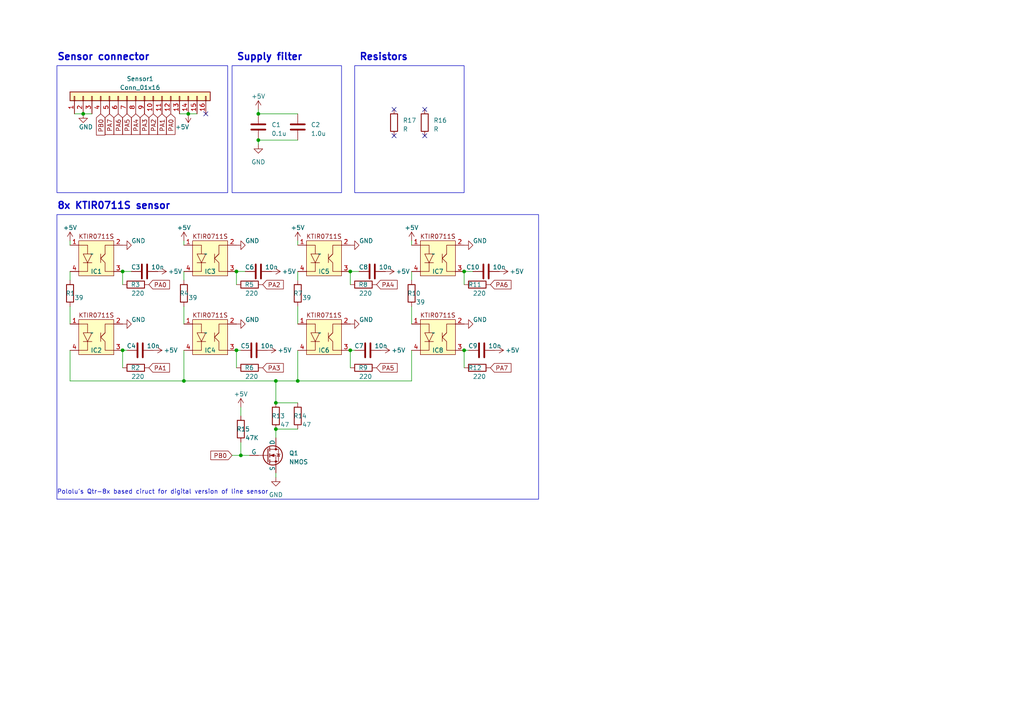
<source format=kicad_sch>
(kicad_sch (version 20230121) (generator eeschema)
  (paper "A4")
  (lib_symbols
    (symbol "Connector_Generic:Conn_01x16" (pin_names (offset 1.016) hide)
      (property "Reference" "J" (at 0 20.32 0))
      (property "Value" "Conn_01x16" (at 0 -22.86 0))
      (symbol "Conn_01x16_1_1"
        (rectangle (start -1.27 -20.193) (end 0 -20.447) (stroke (width 0.1524)))
        (rectangle (start -1.27 -17.653) (end 0 -17.907) (stroke (width 0.1524)))
        (rectangle (start -1.27 -15.113) (end 0 -15.367) (stroke (width 0.1524)))
        (rectangle (start -1.27 -12.573) (end 0 -12.827) (stroke (width 0.1524)))
        (rectangle (start -1.27 -10.033) (end 0 -10.287) (stroke (width 0.1524)))
        (rectangle (start -1.27 -7.493) (end 0 -7.747) (stroke (width 0.1524)))
        (rectangle (start -1.27 -4.953) (end 0 -5.207) (stroke (width 0.1524)))
        (rectangle (start -1.27 -2.413) (end 0 -2.667) (stroke (width 0.1524)))
        (rectangle (start -1.27 0.127) (end 0 -0.127) (stroke (width 0.1524)))
        (rectangle (start -1.27 2.667) (end 0 2.413) (stroke (width 0.1524)))
        (rectangle (start -1.27 5.207) (end 0 4.953) (stroke (width 0.1524)))
        (rectangle (start -1.27 7.747) (end 0 7.493) (stroke (width 0.1524)))
        (rectangle (start -1.27 10.287) (end 0 10.033) (stroke (width 0.1524)))
        (rectangle (start -1.27 12.827) (end 0 12.573) (stroke (width 0.1524)))
        (rectangle (start -1.27 15.367) (end 0 15.113) (stroke (width 0.1524)))
        (rectangle (start -1.27 17.907) (end 0 17.653) (stroke (width 0.1524)))
        (rectangle (start -1.27 19.05) (end 1.27 -21.59) (stroke (width 0.254)) (fill (type background)))
        (pin passive line (at -5.08 17.78 0) (length 3.81) (name "Pin_1") (number "1"))
        (pin passive line (at -5.08 -5.08 0) (length 3.81) (name "Pin_10") (number "10"))
        (pin passive line (at -5.08 -7.62 0) (length 3.81) (name "Pin_11") (number "11"))
        (pin passive line (at -5.08 -10.16 0) (length 3.81) (name "Pin_12") (number "12"))
        (pin passive line (at -5.08 -12.7 0) (length 3.81) (name "Pin_13") (number "13"))
        (pin passive line (at -5.08 -15.24 0) (length 3.81) (name "Pin_14") (number "14"))
        (pin passive line (at -5.08 -17.78 0) (length 3.81) (name "Pin_15") (number "15"))
        (pin passive line (at -5.08 -20.32 0) (length 3.81) (name "Pin_16") (number "16"))
        (pin passive line (at -5.08 15.24 0) (length 3.81) (name "Pin_2") (number "2"))
        (pin passive line (at -5.08 12.7 0) (length 3.81) (name "Pin_3") (number "3"))
        (pin passive line (at -5.08 10.16 0) (length 3.81) (name "Pin_4") (number "4"))
        (pin passive line (at -5.08 7.62 0) (length 3.81) (name "Pin_5") (number "5"))
        (pin passive line (at -5.08 5.08 0) (length 3.81) (name "Pin_6") (number "6"))
        (pin passive line (at -5.08 2.54 0) (length 3.81) (name "Pin_7") (number "7"))
        (pin passive line (at -5.08 0 0) (length 3.81) (name "Pin_8") (number "8"))
        (pin passive line (at -5.08 -2.54 0) (length 3.81) (name "Pin_9") (number "9"))
      )
    )
    (symbol "Device:C" (pin_numbers hide) (pin_names (offset 0.254))
      (property "Reference" "C" (at 0.635 2.54 0))
      (property "Value" "C" (at 0.635 -2.54 0))
      (symbol "C_0_1"
        (polyline (pts (xy -2.032 -0.762) (xy 2.032 -0.762)) (stroke (width 0.508)))
        (polyline (pts (xy -2.032 0.762) (xy 2.032 0.762)) (stroke (width 0.508)))
      )
      (symbol "C_1_1"
        (pin passive line (at 0 3.81 270) (length 2.794) (name "~") (number "1"))
        (pin passive line (at 0 -3.81 90) (length 2.794) (name "~") (number "2"))
      )
    )
    (symbol "Device:R" (pin_numbers hide) (pin_names (offset 0))
      (property "Reference" "R" (at 2.032 0 90))
      (property "Value" "R" (at 0 0 90))
      (symbol "R_0_1"
        (rectangle (start -1.016 -2.54) (end 1.016 2.54) (stroke (width 0.254)))
      )
      (symbol "R_1_1"
        (pin passive line (at 0 3.81 270) (length 1.27) (name "~") (number "1"))
        (pin passive line (at 0 -3.81 90) (length 1.27) (name "~") (number "2"))
      )
    )
    (symbol "Sensor_KTIR0711S:KTIR0711S"
      (property "Reference" "IC" (at 1.27 2.54 0))
      (symbol "KTIR0711S_1_1"
        (rectangle (start -3.81 3.81) (end 6.35 -6.35) (fill (type background)))
        (polyline (pts (xy -3.81 -5.08) (xy -1.27 -5.08)))
        (polyline (pts (xy -3.81 2.54) (xy -1.27 2.54)))
        (polyline (pts (xy 2.54 -1.27) (xy 2.54 0) (xy 2.54 -2.54) (xy 2.54 -1.27) (xy 3.81 0)))
        (polyline (pts (xy 6.35 -5.08) (xy 3.81 -5.08) (xy 3.81 -2.54) (xy 2.54 -1.27) (xy 3.81 0) (xy 3.81 2.54) (xy 6.35 2.54)))
        (polyline (pts (xy -1.27 2.54) (xy -1.27 0) (xy -2.54 0) (xy 0 0) (xy -1.27 -2.54) (xy -2.54 0) (xy -1.27 -2.54) (xy -2.54 -2.54) (xy 0 -2.54) (xy -1.27 -2.54) (xy -1.27 -5.08)))
        (text "KTIR0711S" (at 1.27 5.08 0) (effects (font (size 1.27 1.27))))
        (pin input line (at -6.35 2.54 0) (length 2.54) (name "") (number "1"))
        (pin input line (at 8.89 2.54 180) (length 2.54) (name "") (number "2"))
        (pin input line (at 8.89 -5.08 180) (length 2.54) (name "") (number "3"))
        (pin input line (at -6.35 -5.08 0) (length 2.54) (name "") (number "4"))
      )
    )
    (symbol "Simulation_SPICE:NMOS" (pin_numbers hide) (pin_names (offset 0))
      (property "Reference" "Q" (at 5.08 1.27 0))
      (property "Value" "NMOS" (at 5.08 -1.27 0))
      (symbol "NMOS_0_1"
        (polyline (pts (xy 0.254 0) (xy -2.54 0)))
        (polyline (pts (xy 0.254 1.905) (xy 0.254 -1.905)) (stroke (width 0.254)))
        (polyline (pts (xy 0.762 -1.27) (xy 0.762 -2.286)) (stroke (width 0.254)))
        (polyline (pts (xy 0.762 0.508) (xy 0.762 -0.508)) (stroke (width 0.254)))
        (polyline (pts (xy 0.762 2.286) (xy 0.762 1.27)) (stroke (width 0.254)))
        (polyline (pts (xy 2.54 2.54) (xy 2.54 1.778)))
        (polyline (pts (xy 2.54 -2.54) (xy 2.54 0) (xy 0.762 0)))
        (polyline (pts (xy 0.762 -1.778) (xy 3.302 -1.778) (xy 3.302 1.778) (xy 0.762 1.778)))
        (polyline (pts (xy 1.016 0) (xy 2.032 0.381) (xy 2.032 -0.381) (xy 1.016 0)) (fill (type outline)))
        (polyline (pts (xy 2.794 0.508) (xy 2.921 0.381) (xy 3.683 0.381) (xy 3.81 0.254)))
        (polyline (pts (xy 3.302 0.381) (xy 2.921 -0.254) (xy 3.683 -0.254) (xy 3.302 0.381)))
        (circle (center 1.651 0) (radius 2.794) (stroke (width 0.254)))
        (circle (center 2.54 -1.778) (radius 0.254) (fill (type outline)))
        (circle (center 2.54 1.778) (radius 0.254) (fill (type outline)))
      )
      (symbol "NMOS_1_1"
        (pin passive line (at 2.54 5.08 270) (length 2.54) (name "D") (number "1"))
        (pin input line (at -5.08 0 0) (length 2.54) (name "G") (number "2"))
        (pin passive line (at 2.54 -5.08 90) (length 2.54) (name "S") (number "3"))
      )
    )
    (symbol "power:+5V" (power) (pin_names (offset 0))
      (property "Value" "+5V" (at 0 3.556 0))
      (symbol "+5V_0_1"
        (polyline (pts (xy -0.762 1.27) (xy 0 2.54)))
        (polyline (pts (xy 0 0) (xy 0 2.54)))
        (polyline (pts (xy 0 2.54) (xy 0.762 1.27)))
      )
      (symbol "+5V_1_1"
        (pin power_in line (at 0 0 90) (length 0) hide (name "+5V") (number "1"))
      )
    )
    (symbol "power:GND" (power) (pin_names (offset 0))
      (property "Value" "GND" (at 0 -3.81 0))
      (symbol "GND_0_1"
        (polyline (pts (xy 0 0) (xy 0 -1.27) (xy 1.27 -1.27) (xy 0 -2.54) (xy -1.27 -1.27) (xy 0 -1.27)))
      )
      (symbol "GND_1_1"
        (pin power_in line (at 0 0 270) (length 0) hide (name "GND") (number "1"))
      )
    )
  )
  (junction (at 80.01 110.49))
  (junction (at 80.01 124.46))
  (junction (at 86.36 110.49))
  (junction (at 101.6 101.6))
  (junction (at 35.56 78.74))
  (junction (at 134.62 101.6))
  (junction (at 35.56 101.6))
  (junction (at 68.58 101.6))
  (junction (at 74.93 40.64))
  (junction (at 74.93 33.02))
  (junction (at 80.01 116.84))
  (junction (at 54.61 33.02))
  (junction (at 53.34 110.49))
  (junction (at 68.58 78.74))
  (junction (at 101.6 78.74))
  (junction (at 69.85 132.08))
  (junction (at 24.13 33.02))
  (junction (at 134.62 78.74))
  (no_connect (at 59.69 33.02))
  (no_connect (at 123.19 39.37))
  (no_connect (at 114.3 31.75))
  (no_connect (at 114.3 39.37))
  (no_connect (at 123.19 31.75))
  (wire (pts (xy 119.38 110.49) (xy 86.36 110.49)))
  (wire (pts (xy 68.58 106.68) (xy 68.58 101.6)))
  (wire (pts (xy 57.15 33.02) (xy 54.61 33.02)))
  (wire (pts (xy 35.56 78.74) (xy 38.1 78.74)))
  (wire (pts (xy 101.6 78.74) (xy 104.14 78.74)))
  (wire (pts (xy 86.36 101.6) (xy 86.36 110.49)))
  (wire (pts (xy 68.58 78.74) (xy 71.12 78.74)))
  (wire (pts (xy 67.31 132.08) (xy 69.85 132.08)))
  (wire (pts (xy 35.56 82.55) (xy 35.56 78.74)))
  (wire (pts (xy 53.34 88.9) (xy 53.34 93.98)))
  (wire (pts (xy 80.01 138.43) (xy 80.01 137.16)))
  (wire (pts (xy 69.85 118.11) (xy 69.85 120.65)))
  (wire (pts (xy 53.34 101.6) (xy 53.34 110.49)))
  (wire (pts (xy 26.67 33.02) (xy 24.13 33.02)))
  (wire (pts (xy 69.85 101.6) (xy 68.58 101.6)))
  (wire (pts (xy 53.34 69.85) (xy 53.34 71.12)))
  (wire (pts (xy 119.38 88.9) (xy 119.38 93.98)))
  (wire (pts (xy 119.38 78.74) (xy 119.38 81.28)))
  (wire (pts (xy 74.93 31.75) (xy 74.93 33.02)))
  (wire (pts (xy 20.32 110.49) (xy 53.34 110.49)))
  (wire (pts (xy 80.01 116.84) (xy 86.36 116.84)))
  (wire (pts (xy 134.62 78.74) (xy 137.16 78.74)))
  (wire (pts (xy 20.32 78.74) (xy 20.32 81.28)))
  (wire (pts (xy 74.93 33.02) (xy 86.36 33.02)))
  (wire (pts (xy 86.36 69.85) (xy 86.36 71.12)))
  (wire (pts (xy 86.36 88.9) (xy 86.36 93.98)))
  (wire (pts (xy 69.85 132.08) (xy 72.39 132.08)))
  (wire (pts (xy 74.93 40.64) (xy 86.36 40.64)))
  (wire (pts (xy 20.32 88.9) (xy 20.32 93.98)))
  (wire (pts (xy 86.36 78.74) (xy 86.36 81.28)))
  (wire (pts (xy 80.01 124.46) (xy 80.01 127)))
  (wire (pts (xy 68.58 82.55) (xy 68.58 78.74)))
  (wire (pts (xy 80.01 110.49) (xy 80.01 116.84)))
  (wire (pts (xy 53.34 78.74) (xy 53.34 81.28)))
  (wire (pts (xy 35.56 106.68) (xy 35.56 101.6)))
  (wire (pts (xy 53.34 110.49) (xy 80.01 110.49)))
  (wire (pts (xy 52.07 33.02) (xy 54.61 33.02)))
  (wire (pts (xy 86.36 110.49) (xy 80.01 110.49)))
  (wire (pts (xy 36.83 101.6) (xy 35.56 101.6)))
  (wire (pts (xy 101.6 82.55) (xy 101.6 78.74)))
  (wire (pts (xy 135.89 101.6) (xy 134.62 101.6)))
  (wire (pts (xy 69.85 128.27) (xy 69.85 132.08)))
  (wire (pts (xy 74.93 40.64) (xy 74.93 41.91)))
  (wire (pts (xy 21.59 33.02) (xy 24.13 33.02)))
  (wire (pts (xy 119.38 69.85) (xy 119.38 71.12)))
  (wire (pts (xy 20.32 69.85) (xy 20.32 71.12)))
  (wire (pts (xy 20.32 101.6) (xy 20.32 110.49)))
  (wire (pts (xy 134.62 82.55) (xy 134.62 78.74)))
  (wire (pts (xy 102.87 101.6) (xy 101.6 101.6)))
  (wire (pts (xy 119.38 101.6) (xy 119.38 110.49)))
  (wire (pts (xy 134.62 106.68) (xy 134.62 101.6)))
  (wire (pts (xy 101.6 106.68) (xy 101.6 101.6)))
  (wire (pts (xy 80.01 124.46) (xy 86.36 124.46)))
  (rectangle (start 67.31 19.05) (end 99.06 55.88))
  (rectangle (start 16.51 62.23) (end 156.21 144.78))
  (rectangle (start 16.51 19.05) (end 66.04 55.88))
  (rectangle (start 102.87 19.05) (end 134.62 55.88))
  (text "Sensor connector" (at 16.51 17.78 0) (effects (font (size 2.0066 2.0066) (thickness 0.4013) bold) (justify left bottom)))
  (text "8x KTIR0711S sensor" (at 16.51 60.96 0) (effects (font (size 2.0066 2.0066) (thickness 0.4013) bold) (justify left bottom)))
  (text "Supply filter" (at 68.58 17.78 0) (effects (font (size 2.0066 2.0066) (thickness 0.4013) bold) (justify left bottom)))
  (text "Resistors" (at 104.14 17.78 0) (effects (font (size 2.0066 2.0066) (thickness 0.4013) bold) (justify left bottom)))
  (text "Pololu's Qtr-8x based ciruct for digital version of line sensor" (at 16.51 143.51 0) (effects (font (size 1.27 1.27)) (justify left bottom)))
  (global_label "PA0" (shape input) (at 49.53 33.02 270) (property "Intersheetrefs" "${INTERSHEET_REFS}" (effects hide)))
  (global_label "PA7" (shape input) (at 31.75 33.02 270) (property "Intersheetrefs" "${INTERSHEET_REFS}" (effects hide)))
  (global_label "PA5" (shape input) (at 109.22 106.68 0) (property "Intersheetrefs" "${INTERSHEET_REFS}" (effects hide)))
  (global_label "PA6" (shape input) (at 34.29 33.02 270) (property "Intersheetrefs" "${INTERSHEET_REFS}" (effects hide)))
  (global_label "PA3" (shape input) (at 41.91 33.02 270) (property "Intersheetrefs" "${INTERSHEET_REFS}" (effects hide)))
  (global_label "PA2" (shape input) (at 44.45 33.02 270) (property "Intersheetrefs" "${INTERSHEET_REFS}" (effects hide)))
  (global_label "PA3" (shape input) (at 76.2 106.68 0) (property "Intersheetrefs" "${INTERSHEET_REFS}" (effects hide)))
  (global_label "PA4" (shape input) (at 39.37 33.02 270) (property "Intersheetrefs" "${INTERSHEET_REFS}" (effects hide)))
  (global_label "PB0" (shape input) (at 67.31 132.08 180) (property "Intersheetrefs" "${INTERSHEET_REFS}" (effects hide)))
  (global_label "PA0" (shape input) (at 43.18 82.55 0) (property "Intersheetrefs" "${INTERSHEET_REFS}" (effects hide)))
  (global_label "PA1" (shape input) (at 43.18 106.68 0) (property "Intersheetrefs" "${INTERSHEET_REFS}" (effects hide)))
  (global_label "PA6" (shape input) (at 142.24 82.55 0) (property "Intersheetrefs" "${INTERSHEET_REFS}" (effects hide)))
  (global_label "PA7" (shape input) (at 142.24 106.68 0) (property "Intersheetrefs" "${INTERSHEET_REFS}" (effects hide)))
  (global_label "PA2" (shape input) (at 76.2 82.55 0) (property "Intersheetrefs" "${INTERSHEET_REFS}" (effects hide)))
  (global_label "PB0" (shape input) (at 29.21 33.02 270) (property "Intersheetrefs" "${INTERSHEET_REFS}" (effects hide)))
  (global_label "PA5" (shape input) (at 36.83 33.02 270) (property "Intersheetrefs" "${INTERSHEET_REFS}" (effects hide)))
  (global_label "PA1" (shape input) (at 46.99 33.02 270) (property "Intersheetrefs" "${INTERSHEET_REFS}" (effects hide)))
  (global_label "PA4" (shape input) (at 109.22 82.55 0) (property "Intersheetrefs" "${INTERSHEET_REFS}" (effects hide)))
  (symbol (lib_id "power:+5V") (at 69.85 118.11 0) (unit 1)
    (property "Reference" "#PWR025" (effects hide))
    (property "Value" "+5V" (at 69.85 114.3 0))
  )
  (symbol (lib_id "Connector_Generic:Conn_01x16") (at 39.37 27.94 90) (unit 1)
    (property "Reference" "Sensor1" (at 40.64 22.86 90))
    (property "Value" "Conn_01x16" (at 40.64 25.4 90))
    (property "Footprint" "Connector_FFC-FPC:Molex_200528-0160_1x16-1MP_P1.00mm_Horizontal" (effects hide))
  )
  (symbol (lib_id "Sensor_KTIR0711S:KTIR0711S") (at 26.67 96.52 0) (unit 1)
    (property "Reference" "IC2" (at 27.94 101.6 0))
    (property "Value" "~" (at 26.67 96.52 0))
    (property "Footprint" "Sensor_Optical:KTIR0711S" (effects hide))
  )
  (symbol (lib_id "Device:R") (at 39.37 82.55 90) (unit 1)
    (property "Reference" "R3" (at 40.64 82.55 90) (effects (justify left)))
    (property "Value" "220" (at 41.91 85.09 90) (effects (justify left)))
    (property "Footprint" "Resistor_SMD:R_0603_1608Metric" (effects hide))
  )
  (symbol (lib_id "Sensor_KTIR0711S:KTIR0711S") (at 59.69 96.52 0) (unit 1)
    (property "Reference" "IC4" (at 60.96 101.6 0))
    (property "Value" "~" (at 59.69 96.52 0))
    (property "Footprint" "Sensor_Optical:KTIR0711S" (effects hide))
  )
  (symbol (lib_id "power:+5V") (at 143.51 101.6 270) (unit 1)
    (property "Reference" "#PWR023" (effects hide))
    (property "Value" "+5V" (at 148.59 101.6 90))
  )
  (symbol (lib_id "Device:R") (at 105.41 82.55 90) (unit 1)
    (property "Reference" "R8" (at 106.68 82.55 90) (effects (justify left)))
    (property "Value" "220" (at 107.95 85.09 90) (effects (justify left)))
    (property "Footprint" "Resistor_SMD:R_0603_1608Metric" (effects hide))
  )
  (symbol (lib_id "Device:C") (at 86.36 36.83 0) (unit 1)
    (property "Reference" "C2" (at 90.17 36.195 0) (effects (justify left)))
    (property "Value" "1.0u" (at 90.17 38.735 0) (effects (justify left)))
    (property "Footprint" "Capacitor_SMD:C_0603_1608Metric" (effects hide))
  )
  (symbol (lib_id "Device:R") (at 123.19 35.56 0) (unit 1)
    (property "Reference" "R16" (at 125.73 34.925 0) (effects (justify left)))
    (property "Value" "R" (at 125.73 37.465 0) (effects (justify left)))
    (property "Footprint" "Resistor_THT:R_Axial_DIN0207_L6.3mm_D2.5mm_P7.62mm_Horizontal" (effects hide))
  )
  (symbol (lib_id "power:GND") (at 101.6 71.12 90) (unit 1)
    (property "Reference" "#PWR016" (effects hide))
    (property "Value" "GND" (at 104.14 69.85 90) (effects (justify right)))
  )
  (symbol (lib_id "Device:R") (at 72.39 82.55 90) (unit 1)
    (property "Reference" "R5" (at 73.66 82.55 90) (effects (justify left)))
    (property "Value" "220" (at 74.93 85.09 90) (effects (justify left)))
    (property "Footprint" "Resistor_SMD:R_0603_1608Metric" (effects hide))
  )
  (symbol (lib_id "power:+5V") (at 144.78 78.74 270) (unit 1)
    (property "Reference" "#PWR024" (effects hide))
    (property "Value" "+5V" (at 149.86 78.74 90))
  )
  (symbol (lib_id "Device:R") (at 53.34 85.09 0) (unit 1)
    (property "Reference" "R4" (at 52.07 85.09 0) (effects (justify left)))
    (property "Value" "39" (at 54.61 86.36 0) (effects (justify left)))
    (property "Footprint" "Resistor_SMD:R_0603_1608Metric" (effects hide))
  )
  (symbol (lib_id "power:+5V") (at 54.61 33.02 180) (unit 1)
    (property "Reference" "#PWR03" (effects hide))
    (property "Value" "+5V" (at 50.8 36.83 0) (effects (justify right)))
  )
  (symbol (lib_id "power:GND") (at 68.58 71.12 90) (unit 1)
    (property "Reference" "#PWR011" (effects hide))
    (property "Value" "GND" (at 71.12 69.85 90) (effects (justify right)))
  )
  (symbol (lib_id "Device:R") (at 69.85 124.46 0) (unit 1)
    (property "Reference" "R15" (at 68.58 124.46 0) (effects (justify left)))
    (property "Value" "47K" (at 71.12 127 0) (effects (justify left)))
    (property "Footprint" "Resistor_SMD:R_0603_1608Metric" (effects hide))
  )
  (symbol (lib_id "power:GND") (at 101.6 93.98 90) (unit 1)
    (property "Reference" "#PWR017" (effects hide))
    (property "Value" "GND" (at 104.14 92.71 90) (effects (justify right)))
  )
  (symbol (lib_id "power:GND") (at 74.93 41.91 0) (unit 1)
    (property "Reference" "#PWR01" (effects hide))
    (property "Value" "GND" (at 74.93 46.99 0))
  )
  (symbol (lib_id "power:GND") (at 134.62 71.12 90) (unit 1)
    (property "Reference" "#PWR021" (effects hide))
    (property "Value" "GND" (at 137.16 69.85 90) (effects (justify right)))
  )
  (symbol (lib_id "power:GND") (at 68.58 93.98 90) (unit 1)
    (property "Reference" "#PWR012" (effects hide))
    (property "Value" "GND" (at 71.12 92.71 90) (effects (justify right)))
  )
  (symbol (lib_id "Device:R") (at 86.36 85.09 0) (unit 1)
    (property "Reference" "R7" (at 85.09 85.09 0) (effects (justify left)))
    (property "Value" "39" (at 87.63 86.36 0) (effects (justify left)))
    (property "Footprint" "Resistor_SMD:R_0603_1608Metric" (effects hide))
  )
  (symbol (lib_id "Device:C") (at 74.93 36.83 0) (unit 1)
    (property "Reference" "C1" (at 78.74 36.195 0) (effects (justify left)))
    (property "Value" "0.1u" (at 78.74 38.735 0) (effects (justify left)))
    (property "Footprint" "Capacitor_SMD:C_0603_1608Metric" (effects hide))
  )
  (symbol (lib_id "power:+5V") (at 110.49 101.6 270) (unit 1)
    (property "Reference" "#PWR018" (effects hide))
    (property "Value" "+5V" (at 115.57 101.6 90))
  )
  (symbol (lib_id "Device:R") (at 20.32 85.09 0) (unit 1)
    (property "Reference" "R1" (at 19.05 85.09 0) (effects (justify left)))
    (property "Value" "39" (at 21.59 86.36 0) (effects (justify left)))
    (property "Footprint" "Resistor_SMD:R_0603_1608Metric" (effects hide))
  )
  (symbol (lib_id "Device:C") (at 106.68 101.6 90) (unit 1)
    (property "Reference" "C7" (at 104.14 100.33 90))
    (property "Value" "10n" (at 110.49 100.33 90))
    (property "Footprint" "Capacitor_SMD:C_0603_1608Metric" (effects hide))
  )
  (symbol (lib_id "Device:R") (at 105.41 106.68 90) (unit 1)
    (property "Reference" "R9" (at 106.68 106.68 90) (effects (justify left)))
    (property "Value" "220" (at 107.95 109.22 90) (effects (justify left)))
    (property "Footprint" "Resistor_SMD:R_0603_1608Metric" (effects hide))
  )
  (symbol (lib_id "power:+5V") (at 78.74 78.74 270) (unit 1)
    (property "Reference" "#PWR014" (effects hide))
    (property "Value" "+5V" (at 83.82 78.74 90))
  )
  (symbol (lib_id "power:+5V") (at 111.76 78.74 270) (unit 1)
    (property "Reference" "#PWR019" (effects hide))
    (property "Value" "+5V" (at 116.84 78.74 90))
  )
  (symbol (lib_id "power:GND") (at 35.56 71.12 90) (unit 1)
    (property "Reference" "#PWR08" (effects hide))
    (property "Value" "GND" (at 38.1 69.85 90) (effects (justify right)))
  )
  (symbol (lib_id "Sensor_KTIR0711S:KTIR0711S") (at 125.73 96.52 0) (unit 1)
    (property "Reference" "IC8" (at 127 101.6 0))
    (property "Value" "~" (at 125.73 96.52 0))
    (property "Footprint" "Sensor_Optical:KTIR0711S" (effects hide))
  )
  (symbol (lib_id "Device:R") (at 86.36 120.65 0) (unit 1)
    (property "Reference" "R14" (at 85.09 120.65 0) (effects (justify left)))
    (property "Value" "47" (at 87.63 123.19 0) (effects (justify left)))
    (property "Footprint" "Resistor_SMD:R_0603_1608Metric" (effects hide))
  )
  (symbol (lib_id "power:+5V") (at 77.47 101.6 270) (unit 1)
    (property "Reference" "#PWR013" (effects hide))
    (property "Value" "+5V" (at 82.55 101.6 90))
  )
  (symbol (lib_id "Device:R") (at 80.01 120.65 0) (unit 1)
    (property "Reference" "R13" (at 78.74 120.65 0) (effects (justify left)))
    (property "Value" "47" (at 81.28 123.19 0) (effects (justify left)))
    (property "Footprint" "Resistor_SMD:R_0603_1608Metric" (effects hide))
  )
  (symbol (lib_id "Sensor_KTIR0711S:KTIR0711S") (at 92.71 96.52 0) (unit 1)
    (property "Reference" "IC6" (at 93.98 101.6 0))
    (property "Value" "~" (at 92.71 96.52 0))
    (property "Footprint" "Sensor_Optical:KTIR0711S" (effects hide))
  )
  (symbol (lib_id "Sensor_KTIR0711S:KTIR0711S") (at 125.73 73.66 0) (unit 1)
    (property "Reference" "IC7" (at 127 78.74 0))
    (property "Value" "~" (at 125.73 73.66 0))
    (property "Footprint" "Sensor_Optical:KTIR0711S" (effects hide))
  )
  (symbol (lib_id "Device:C") (at 140.97 78.74 90) (unit 1)
    (property "Reference" "C10" (at 137.16 77.47 90))
    (property "Value" "10n" (at 144.78 77.47 90))
    (property "Footprint" "Capacitor_SMD:C_0603_1608Metric" (effects hide))
  )
  (symbol (lib_id "power:+5V") (at 44.45 101.6 270) (unit 1)
    (property "Reference" "#PWR09" (effects hide))
    (property "Value" "+5V" (at 49.53 101.6 90))
  )
  (symbol (lib_id "Device:R") (at 138.43 106.68 90) (unit 1)
    (property "Reference" "R12" (at 139.7 106.68 90) (effects (justify left)))
    (property "Value" "220" (at 140.97 109.22 90) (effects (justify left)))
    (property "Footprint" "Resistor_SMD:R_0603_1608Metric" (effects hide))
  )
  (symbol (lib_id "power:GND") (at 134.62 93.98 90) (unit 1)
    (property "Reference" "#PWR022" (effects hide))
    (property "Value" "GND" (at 137.16 92.71 90) (effects (justify right)))
  )
  (symbol (lib_id "Device:C") (at 107.95 78.74 90) (unit 1)
    (property "Reference" "C8" (at 105.41 77.47 90))
    (property "Value" "10n" (at 111.76 77.47 90))
    (property "Footprint" "Capacitor_SMD:C_0603_1608Metric" (effects hide))
  )
  (symbol (lib_id "Sensor_KTIR0711S:KTIR0711S") (at 59.69 73.66 0) (unit 1)
    (property "Reference" "IC3" (at 60.96 78.74 0))
    (property "Value" "~" (at 59.69 73.66 0))
    (property "Footprint" "Sensor_Optical:KTIR0711S" (effects hide))
  )
  (symbol (lib_id "Device:R") (at 114.3 35.56 0) (unit 1)
    (property "Reference" "R17" (at 116.84 34.925 0) (effects (justify left)))
    (property "Value" "R" (at 116.84 37.465 0) (effects (justify left)))
    (property "Footprint" "Resistor_THT:R_Axial_DIN0207_L6.3mm_D2.5mm_P7.62mm_Horizontal" (effects hide))
  )
  (symbol (lib_id "Device:R") (at 39.37 106.68 90) (unit 1)
    (property "Reference" "R2" (at 40.64 106.68 90) (effects (justify left)))
    (property "Value" "220" (at 41.91 109.22 90) (effects (justify left)))
    (property "Footprint" "Resistor_SMD:R_0603_1608Metric" (effects hide))
  )
  (symbol (lib_id "power:+5V") (at 119.38 69.85 0) (unit 1)
    (property "Reference" "#PWR020" (effects hide))
    (property "Value" "+5V" (at 119.38 66.04 0))
  )
  (symbol (lib_id "power:+5V") (at 20.32 69.85 0) (unit 1)
    (property "Reference" "#PWR05" (effects hide))
    (property "Value" "+5V" (at 20.32 66.04 0))
  )
  (symbol (lib_id "Device:C") (at 139.7 101.6 90) (unit 1)
    (property "Reference" "C9" (at 137.16 100.33 90))
    (property "Value" "10n" (at 143.51 100.33 90))
    (property "Footprint" "Capacitor_SMD:C_0603_1608Metric" (effects hide))
  )
  (symbol (lib_id "Sensor_KTIR0711S:KTIR0711S") (at 26.67 73.66 0) (unit 1)
    (property "Reference" "IC1" (at 27.94 78.74 0))
    (property "Value" "~" (at 26.67 73.66 0))
    (property "Footprint" "Sensor_Optical:KTIR0711S" (effects hide))
  )
  (symbol (lib_id "Device:C") (at 40.64 101.6 90) (unit 1)
    (property "Reference" "C4" (at 38.1 100.33 90))
    (property "Value" "10n" (at 44.45 100.33 90))
    (property "Footprint" "Capacitor_SMD:C_0603_1608Metric" (effects hide))
  )
  (symbol (lib_id "Device:C") (at 41.91 78.74 90) (unit 1)
    (property "Reference" "C3" (at 39.37 77.47 90))
    (property "Value" "10n" (at 45.72 77.47 90))
    (property "Footprint" "Capacitor_SMD:C_0603_1608Metric" (effects hide))
  )
  (symbol (lib_id "power:GND") (at 80.01 138.43 0) (unit 1)
    (property "Reference" "#PWR026" (effects hide))
    (property "Value" "GND" (at 80.01 143.51 0))
  )
  (symbol (lib_id "power:+5V") (at 53.34 69.85 0) (unit 1)
    (property "Reference" "#PWR06" (effects hide))
    (property "Value" "+5V" (at 53.34 66.04 0))
  )
  (symbol (lib_id "power:+5V") (at 45.72 78.74 270) (unit 1)
    (property "Reference" "#PWR07" (effects hide))
    (property "Value" "+5V" (at 50.8 78.74 90))
  )
  (symbol (lib_id "Device:C") (at 74.93 78.74 90) (unit 1)
    (property "Reference" "C6" (at 72.39 77.47 90))
    (property "Value" "10n" (at 78.74 77.47 90))
    (property "Footprint" "Capacitor_SMD:C_0603_1608Metric" (effects hide))
  )
  (symbol (lib_id "Device:R") (at 72.39 106.68 90) (unit 1)
    (property "Reference" "R6" (at 73.66 106.68 90) (effects (justify left)))
    (property "Value" "220" (at 74.93 109.22 90) (effects (justify left)))
    (property "Footprint" "Resistor_SMD:R_0603_1608Metric" (effects hide))
  )
  (symbol (lib_id "power:+5V") (at 74.93 31.75 0) (unit 1)
    (property "Reference" "#PWR02" (effects hide))
    (property "Value" "+5V" (at 74.93 27.94 0))
  )
  (symbol (lib_id "Simulation_SPICE:NMOS") (at 77.47 132.08 0) (unit 1)
    (property "Reference" "Q1" (at 83.82 131.445 0) (effects (justify left)))
    (property "Value" "NMOS" (at 83.82 133.985 0) (effects (justify left)))
    (property "Footprint" "NMOS_new:NMOS_SN" (effects hide))
    (property "Datasheet" "https://ngspice.sourceforge.io/docs/ngspice-manual.pdf" (effects hide))
    (property "Sim.Device" "NMOS" (effects hide))
    (property "Sim.Type" "VDMOS" (effects hide))
    (property "Sim.Pins" "1=G 2=S 3=D" (effects hide))
  )
  (symbol (lib_id "Device:R") (at 138.43 82.55 90) (unit 1)
    (property "Reference" "R11" (at 139.7 82.55 90) (effects (justify left)))
    (property "Value" "220" (at 140.97 85.09 90) (effects (justify left)))
    (property "Footprint" "Resistor_SMD:R_0603_1608Metric" (effects hide))
  )
  (symbol (lib_id "Device:R") (at 119.38 85.09 0) (unit 1)
    (property "Reference" "R10" (at 118.11 85.09 0) (effects (justify left)))
    (property "Value" "39" (at 120.65 87.63 0) (effects (justify left)))
    (property "Footprint" "Resistor_SMD:R_0603_1608Metric" (effects hide))
  )
  (symbol (lib_id "power:GND") (at 24.13 33.02 0) (unit 1)
    (property "Reference" "#PWR04" (effects hide))
    (property "Value" "GND" (at 22.86 36.83 0) (effects (justify left)))
  )
  (symbol (lib_id "Sensor_KTIR0711S:KTIR0711S") (at 92.71 73.66 0) (unit 1)
    (property "Reference" "IC5" (at 93.98 78.74 0))
    (property "Value" "~" (at 92.71 73.66 0))
    (property "Footprint" "Sensor_Optical:KTIR0711S" (effects hide))
  )
  (symbol (lib_id "power:GND") (at 35.56 93.98 90) (unit 1)
    (property "Reference" "#PWR010" (effects hide))
    (property "Value" "GND" (at 38.1 92.71 90) (effects (justify right)))
  )
  (symbol (lib_id "Device:C") (at 73.66 101.6 90) (unit 1)
    (property "Reference" "C5" (at 71.12 100.33 90))
    (property "Value" "10n" (at 77.47 100.33 90))
    (property "Footprint" "Capacitor_SMD:C_0603_1608Metric" (effects hide))
  )
  (symbol (lib_id "power:+5V") (at 86.36 69.85 0) (unit 1)
    (property "Reference" "#PWR015" (effects hide))
    (property "Value" "+5V" (at 86.36 66.04 0))
  )
)
</source>
